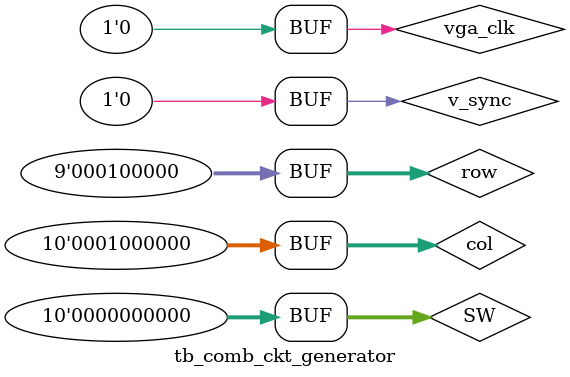
<source format=v>
module tb_comb_ckt_generator;

reg vga_clk;
reg [9:0] SW;
reg [9:0] col;
reg [8:0] row;
wire [3:0] red, green, blue;

reg v_sync;
reg [1:0] KEY;
wire [9:0]  LEDR;
wire [7:0]  HEX0;
wire [7:0]  HEX1;
wire [7:0]  HEX2;
wire [7:0]  HEX3;
wire [7:0]  HEX4;
wire [7:0]  HEX5;
 
	
comb_ckt_generator inst_1 (.vga_clk(vga_clk), .col(col), .row(row), .red(red), .green(green), .blue(blue), .v_sync(v_sync), .KEY(KEY), .SW(SW), .LEDR(LEDR), .HEX0(HEX0), .HEX1(HEX1), .HEX2(HEX2), .HEX3(HEX3), .HEX4(HEX4), .HEX5(HEX5));

initial begin

	vga_clk = 1'b0;

	col = 10'b0000001000;
	row = 9'b000001000;
	
	SW = 10'b0000000000;
	
	repeat (64) begin
	
		repeat (16) begin
		
			vga_clk = 1'b1;
			
			v_sync = 1'b1;
			
			#10;
			
			vga_clk = 1'b0;
			
			v_sync = 1'b0;
			
			#10;
		
		end
	
		SW = SW + 5'b10000;
	
	end
	
	col = 10'b0000010000;
	row = 9'b000010000;
	
	SW = 10'b0000000000;
	
	repeat (64) begin
	
		repeat (16) begin
		
			vga_clk = 1'b1;
			
			v_sync = 1'b1;
			
			#10;
			
			vga_clk = 1'b0;
			
			v_sync = 1'b0;
			
			#10;
		
		end
	
		SW = SW + 5'b10000;
	
	end
	
	col = 10'b0000100000;
	row = 9'b0000100000;
	
	SW = 10'b0000000000;
	
	repeat (64) begin
	
		repeat (16) begin
		
			vga_clk = 1'b1;
			
			v_sync = 1'b1;
			
			#10;
			
			vga_clk = 1'b0;
			
			v_sync = 1'b0;
			
			#10;
		
		end
	
		SW = SW + 5'b10000;
	
	end
	
	col = 10'b0001000000;
	row = 9'b0000100000;
	
	SW = 10'b0000000000;
	
	repeat (64) begin
	
		repeat (16) begin
		
			vga_clk = 1'b1;
			
			v_sync = 1'b1;
			
			#10;
			
			vga_clk = 1'b0;
			
			v_sync = 1'b0;
			
			#10;
		
		end
	
		SW = SW + 5'b10000;
	
	end

end

endmodule
	
</source>
